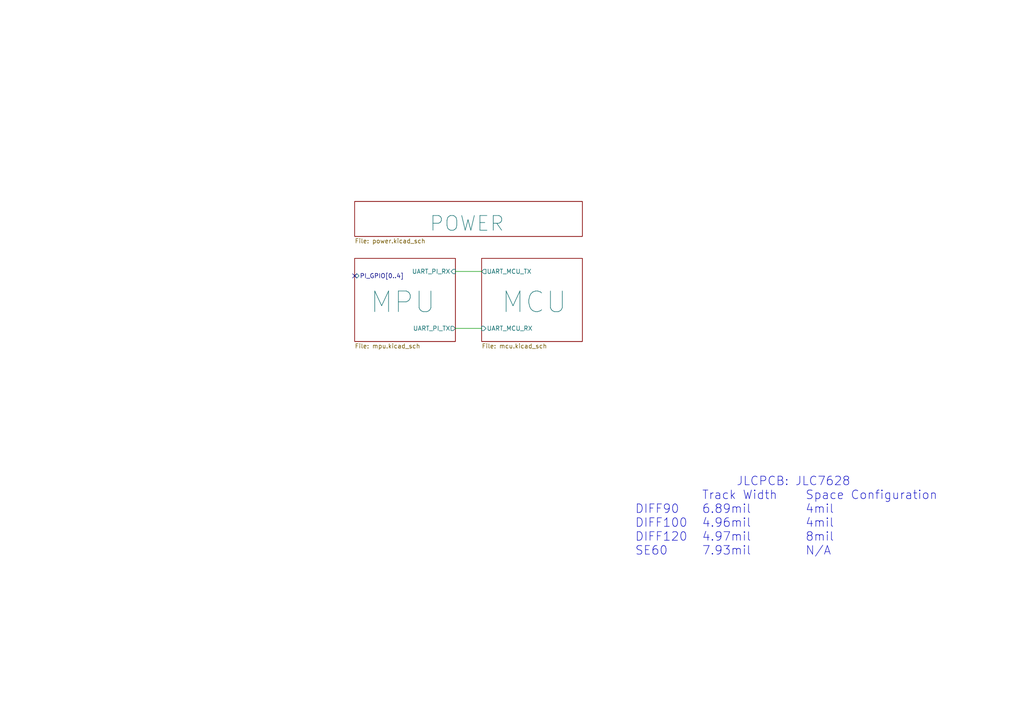
<source format=kicad_sch>
(kicad_sch (version 20211123) (generator eeschema)
  (paper "A4")
  (lib_symbols)
  (no_connect (at 102.87 80.01))
  (wire (pts (xy 132.08 78.74) (xy 139.7 78.74)))
  (wire (pts (xy 132.08 95.25) (xy 139.7 95.25)))
  (text "			JLCPCB: JLC7628 \n		Track Width	Space Configuration\nDIFF90	6.89mil		4mil\nDIFF100	4.96mil		4mil\nDIFF120	4.97mil		8mil\nSE60	7.93mil		N/A" (at 184.15 161.29 0) (effects (font (size 2.5 2.5)) (justify left bottom)))
  (sheet (at 139.7 74.93) (size 29.21 24.13) (stroke (width 0.1524))
    (property "Sheet name" "MCU" (at 154.94 87.63 0) (effects (font (size 6 6))))
    (property "Sheet file" "mcu.kicad_sch" (at 139.7 99.6446 0) (effects (justify left top)))
    (pin "UART_MCU_TX" output (at 139.7 78.74 180))
    (pin "UART_MCU_RX" input (at 139.7 95.25 180))
  )
  (sheet (at 102.87 74.93) (size 29.21 24.13) (stroke (width 0.1524))
    (property "Sheet name" "MPU" (at 116.84 87.63 0) (effects (font (size 6 6))))
    (property "Sheet file" "mpu.kicad_sch" (at 102.87 99.6446 0) (effects (justify left top)))
    (pin "PI_GPIO[0..4]" bidirectional (at 102.87 80.01 180))
    (pin "UART_PI_RX" input (at 132.08 78.74 0))
    (pin "UART_PI_TX" output (at 132.08 95.25 0))
  )
  (sheet (at 102.87 58.42) (size 66.04 10.16) (stroke (width 0.1524))
    (property "Sheet name" "POWER" (at 124.46 67.31 0) (effects (font (size 4.27 4.27)) (justify left bottom)))
    (property "Sheet file" "power.kicad_sch" (at 102.87 69.1646 0) (effects (justify left top)))
  )
)
</source>
